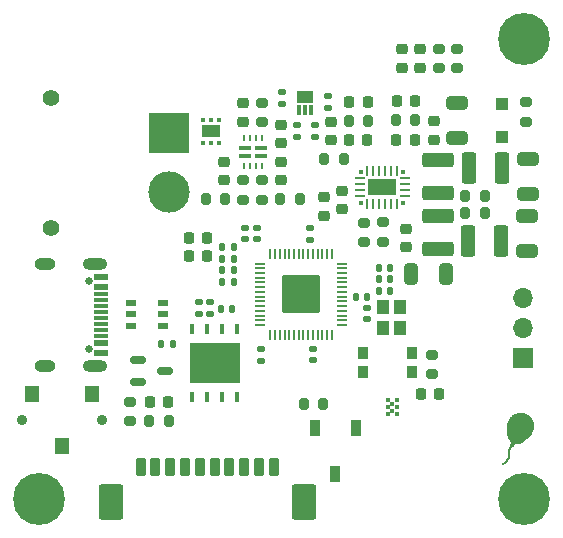
<source format=gts>
%TF.GenerationSoftware,KiCad,Pcbnew,7.0.5-0*%
%TF.CreationDate,2024-02-02T13:19:59-05:00*%
%TF.ProjectId,BITSv5,42495453-7635-42e6-9b69-6361645f7063,rev?*%
%TF.SameCoordinates,Original*%
%TF.FileFunction,Soldermask,Top*%
%TF.FilePolarity,Negative*%
%FSLAX46Y46*%
G04 Gerber Fmt 4.6, Leading zero omitted, Abs format (unit mm)*
G04 Created by KiCad (PCBNEW 7.0.5-0) date 2024-02-02 13:19:59*
%MOMM*%
%LPD*%
G01*
G04 APERTURE LIST*
G04 Aperture macros list*
%AMRoundRect*
0 Rectangle with rounded corners*
0 $1 Rounding radius*
0 $2 $3 $4 $5 $6 $7 $8 $9 X,Y pos of 4 corners*
0 Add a 4 corners polygon primitive as box body*
4,1,4,$2,$3,$4,$5,$6,$7,$8,$9,$2,$3,0*
0 Add four circle primitives for the rounded corners*
1,1,$1+$1,$2,$3*
1,1,$1+$1,$4,$5*
1,1,$1+$1,$6,$7*
1,1,$1+$1,$8,$9*
0 Add four rect primitives between the rounded corners*
20,1,$1+$1,$2,$3,$4,$5,0*
20,1,$1+$1,$4,$5,$6,$7,0*
20,1,$1+$1,$6,$7,$8,$9,0*
20,1,$1+$1,$8,$9,$2,$3,0*%
G04 Aperture macros list end*
%ADD10C,0.002645*%
%ADD11C,0.182463*%
%ADD12RoundRect,0.135000X-0.185000X0.135000X-0.185000X-0.135000X0.185000X-0.135000X0.185000X0.135000X0*%
%ADD13RoundRect,0.225000X-0.250000X0.225000X-0.250000X-0.225000X0.250000X-0.225000X0.250000X0.225000X0*%
%ADD14RoundRect,0.135000X0.185000X-0.135000X0.185000X0.135000X-0.185000X0.135000X-0.185000X-0.135000X0*%
%ADD15RoundRect,0.140000X0.140000X0.170000X-0.140000X0.170000X-0.140000X-0.170000X0.140000X-0.170000X0*%
%ADD16C,0.889000*%
%ADD17R,1.193800X1.397000*%
%ADD18RoundRect,0.250000X1.075000X-0.375000X1.075000X0.375000X-1.075000X0.375000X-1.075000X-0.375000X0*%
%ADD19RoundRect,0.050000X0.050000X-0.387500X0.050000X0.387500X-0.050000X0.387500X-0.050000X-0.387500X0*%
%ADD20RoundRect,0.050000X0.387500X-0.050000X0.387500X0.050000X-0.387500X0.050000X-0.387500X-0.050000X0*%
%ADD21RoundRect,0.144000X1.456000X-1.456000X1.456000X1.456000X-1.456000X1.456000X-1.456000X-1.456000X0*%
%ADD22R,0.972299X0.558000*%
%ADD23RoundRect,0.200000X0.275000X-0.200000X0.275000X0.200000X-0.275000X0.200000X-0.275000X-0.200000X0*%
%ADD24RoundRect,0.140000X0.170000X-0.140000X0.170000X0.140000X-0.170000X0.140000X-0.170000X-0.140000X0*%
%ADD25C,4.400000*%
%ADD26RoundRect,0.225000X0.250000X-0.225000X0.250000X0.225000X-0.250000X0.225000X-0.250000X-0.225000X0*%
%ADD27C,0.650000*%
%ADD28R,1.150000X0.600000*%
%ADD29R,1.150000X0.300000*%
%ADD30O,2.100000X1.000000*%
%ADD31O,1.800000X1.000000*%
%ADD32RoundRect,0.200000X0.200000X0.275000X-0.200000X0.275000X-0.200000X-0.275000X0.200000X-0.275000X0*%
%ADD33RoundRect,0.250000X-1.075000X0.375000X-1.075000X-0.375000X1.075000X-0.375000X1.075000X0.375000X0*%
%ADD34RoundRect,0.250000X0.650000X-0.325000X0.650000X0.325000X-0.650000X0.325000X-0.650000X-0.325000X0*%
%ADD35RoundRect,0.150000X-0.512500X-0.150000X0.512500X-0.150000X0.512500X0.150000X-0.512500X0.150000X0*%
%ADD36R,1.050000X0.399999*%
%ADD37R,0.200000X0.599999*%
%ADD38RoundRect,0.140000X-0.170000X0.140000X-0.170000X-0.140000X0.170000X-0.140000X0.170000X0.140000X0*%
%ADD39RoundRect,0.225000X0.225000X0.250000X-0.225000X0.250000X-0.225000X-0.250000X0.225000X-0.250000X0*%
%ADD40RoundRect,0.225000X-0.225000X-0.250000X0.225000X-0.250000X0.225000X0.250000X-0.225000X0.250000X0*%
%ADD41R,0.900000X1.000000*%
%ADD42R,0.811200X1.406398*%
%ADD43RoundRect,0.250000X-0.650000X0.325000X-0.650000X-0.325000X0.650000X-0.325000X0.650000X0.325000X0*%
%ADD44RoundRect,0.140000X-0.140000X-0.170000X0.140000X-0.170000X0.140000X0.170000X-0.140000X0.170000X0*%
%ADD45R,1.000000X1.150000*%
%ADD46RoundRect,0.200000X-0.200000X-0.275000X0.200000X-0.275000X0.200000X0.275000X-0.200000X0.275000X0*%
%ADD47RoundRect,0.200000X-0.275000X0.200000X-0.275000X-0.200000X0.275000X-0.200000X0.275000X0.200000X0*%
%ADD48R,0.299999X0.449999*%
%ADD49R,1.599999X1.000000*%
%ADD50R,1.700000X1.700000*%
%ADD51O,1.700000X1.700000*%
%ADD52C,1.400000*%
%ADD53R,3.500000X3.500000*%
%ADD54C,3.500000*%
%ADD55RoundRect,0.250000X0.375000X1.075000X-0.375000X1.075000X-0.375000X-1.075000X0.375000X-1.075000X0*%
%ADD56R,0.300000X0.804800*%
%ADD57R,1.400000X1.050000*%
%ADD58RoundRect,0.250000X0.325000X0.650000X-0.325000X0.650000X-0.325000X-0.650000X0.325000X-0.650000X0*%
%ADD59RoundRect,0.135000X-0.135000X-0.185000X0.135000X-0.185000X0.135000X0.185000X-0.135000X0.185000X0*%
%ADD60R,0.229400X0.807999*%
%ADD61R,0.807999X0.229400*%
%ADD62R,2.387600X1.397000*%
%ADD63R,0.381000X0.381000*%
%ADD64RoundRect,0.200000X-0.200000X-0.600000X0.200000X-0.600000X0.200000X0.600000X-0.200000X0.600000X0*%
%ADD65RoundRect,0.250001X-0.799999X-1.249999X0.799999X-1.249999X0.799999X1.249999X-0.799999X1.249999X0*%
%ADD66RoundRect,0.218750X0.218750X0.256250X-0.218750X0.256250X-0.218750X-0.256250X0.218750X-0.256250X0*%
%ADD67RoundRect,0.250000X-0.300000X0.300000X-0.300000X-0.300000X0.300000X-0.300000X0.300000X0.300000X0*%
%ADD68C,0.404000*%
%ADD69R,0.431800X0.965200*%
%ADD70R,4.343400X3.454400*%
G04 APERTURE END LIST*
%TO.C,REF\u002A\u002A*%
D10*
X148966044Y-76883588D02*
X148992913Y-76884655D01*
X149019800Y-76886395D01*
X149046690Y-76888812D01*
X149073574Y-76891912D01*
X149100439Y-76895700D01*
X149127274Y-76900180D01*
X149154067Y-76905358D01*
X149180806Y-76911238D01*
X149207480Y-76917826D01*
X149234077Y-76925126D01*
X149260585Y-76933144D01*
X149286993Y-76941883D01*
X149313289Y-76951350D01*
X149339462Y-76961549D01*
X149365499Y-76972486D01*
X149416543Y-76996307D01*
X149465782Y-77022482D01*
X149513183Y-77050917D01*
X149558708Y-77081517D01*
X149602322Y-77114189D01*
X149643990Y-77148837D01*
X149683674Y-77185369D01*
X149721341Y-77223689D01*
X149756953Y-77263704D01*
X149790476Y-77305319D01*
X149821872Y-77348440D01*
X149851108Y-77392973D01*
X149878146Y-77438823D01*
X149902951Y-77485897D01*
X149925488Y-77534101D01*
X149945720Y-77583339D01*
X149963612Y-77633518D01*
X149979128Y-77684544D01*
X149992232Y-77736322D01*
X150002889Y-77788759D01*
X150011062Y-77841760D01*
X150016716Y-77895230D01*
X150019815Y-77949076D01*
X150020324Y-78003204D01*
X150018206Y-78057518D01*
X150013426Y-78111926D01*
X150005949Y-78166333D01*
X149995737Y-78220644D01*
X149982756Y-78274766D01*
X149966970Y-78328604D01*
X149948343Y-78382064D01*
X149926839Y-78435052D01*
X149875155Y-78539981D01*
X149811341Y-78646035D01*
X149736576Y-78751709D01*
X149652043Y-78855499D01*
X149558922Y-78955901D01*
X149458395Y-79051411D01*
X149351643Y-79140525D01*
X149239848Y-79221739D01*
X149124191Y-79293550D01*
X149065283Y-79325458D01*
X149005853Y-79354452D01*
X148946048Y-79380342D01*
X148886016Y-79402942D01*
X148825904Y-79422062D01*
X148765860Y-79437516D01*
X148706033Y-79449114D01*
X148646568Y-79456669D01*
X148587615Y-79459994D01*
X148529320Y-79458899D01*
X148471832Y-79453197D01*
X148415299Y-79442701D01*
X148359866Y-79427221D01*
X148305684Y-79406570D01*
X148253656Y-79380974D01*
X148204562Y-79350940D01*
X148158364Y-79316705D01*
X148115027Y-79278505D01*
X148074513Y-79236576D01*
X148036785Y-79191155D01*
X148001805Y-79142477D01*
X147969538Y-79090779D01*
X147939945Y-79036297D01*
X147912990Y-78979267D01*
X147866846Y-78858507D01*
X147830809Y-78730389D01*
X147804584Y-78596803D01*
X147787873Y-78459637D01*
X147780382Y-78320782D01*
X147781813Y-78182125D01*
X147791871Y-78045557D01*
X147810259Y-77912967D01*
X147836682Y-77786245D01*
X147870843Y-77667278D01*
X147912447Y-77557958D01*
X147949526Y-77480864D01*
X147991688Y-77407828D01*
X148038617Y-77338979D01*
X148089997Y-77274444D01*
X148145516Y-77214351D01*
X148204856Y-77158830D01*
X148267704Y-77108008D01*
X148333745Y-77062012D01*
X148402662Y-77020971D01*
X148474143Y-76985014D01*
X148547871Y-76954268D01*
X148623532Y-76928861D01*
X148700810Y-76908922D01*
X148779391Y-76894578D01*
X148858960Y-76885957D01*
X148939202Y-76883189D01*
X148966044Y-76883588D01*
G36*
X148966044Y-76883588D02*
G01*
X148992913Y-76884655D01*
X149019800Y-76886395D01*
X149046690Y-76888812D01*
X149073574Y-76891912D01*
X149100439Y-76895700D01*
X149127274Y-76900180D01*
X149154067Y-76905358D01*
X149180806Y-76911238D01*
X149207480Y-76917826D01*
X149234077Y-76925126D01*
X149260585Y-76933144D01*
X149286993Y-76941883D01*
X149313289Y-76951350D01*
X149339462Y-76961549D01*
X149365499Y-76972486D01*
X149416543Y-76996307D01*
X149465782Y-77022482D01*
X149513183Y-77050917D01*
X149558708Y-77081517D01*
X149602322Y-77114189D01*
X149643990Y-77148837D01*
X149683674Y-77185369D01*
X149721341Y-77223689D01*
X149756953Y-77263704D01*
X149790476Y-77305319D01*
X149821872Y-77348440D01*
X149851108Y-77392973D01*
X149878146Y-77438823D01*
X149902951Y-77485897D01*
X149925488Y-77534101D01*
X149945720Y-77583339D01*
X149963612Y-77633518D01*
X149979128Y-77684544D01*
X149992232Y-77736322D01*
X150002889Y-77788759D01*
X150011062Y-77841760D01*
X150016716Y-77895230D01*
X150019815Y-77949076D01*
X150020324Y-78003204D01*
X150018206Y-78057518D01*
X150013426Y-78111926D01*
X150005949Y-78166333D01*
X149995737Y-78220644D01*
X149982756Y-78274766D01*
X149966970Y-78328604D01*
X149948343Y-78382064D01*
X149926839Y-78435052D01*
X149875155Y-78539981D01*
X149811341Y-78646035D01*
X149736576Y-78751709D01*
X149652043Y-78855499D01*
X149558922Y-78955901D01*
X149458395Y-79051411D01*
X149351643Y-79140525D01*
X149239848Y-79221739D01*
X149124191Y-79293550D01*
X149065283Y-79325458D01*
X149005853Y-79354452D01*
X148946048Y-79380342D01*
X148886016Y-79402942D01*
X148825904Y-79422062D01*
X148765860Y-79437516D01*
X148706033Y-79449114D01*
X148646568Y-79456669D01*
X148587615Y-79459994D01*
X148529320Y-79458899D01*
X148471832Y-79453197D01*
X148415299Y-79442701D01*
X148359866Y-79427221D01*
X148305684Y-79406570D01*
X148253656Y-79380974D01*
X148204562Y-79350940D01*
X148158364Y-79316705D01*
X148115027Y-79278505D01*
X148074513Y-79236576D01*
X148036785Y-79191155D01*
X148001805Y-79142477D01*
X147969538Y-79090779D01*
X147939945Y-79036297D01*
X147912990Y-78979267D01*
X147866846Y-78858507D01*
X147830809Y-78730389D01*
X147804584Y-78596803D01*
X147787873Y-78459637D01*
X147780382Y-78320782D01*
X147781813Y-78182125D01*
X147791871Y-78045557D01*
X147810259Y-77912967D01*
X147836682Y-77786245D01*
X147870843Y-77667278D01*
X147912447Y-77557958D01*
X147949526Y-77480864D01*
X147991688Y-77407828D01*
X148038617Y-77338979D01*
X148089997Y-77274444D01*
X148145516Y-77214351D01*
X148204856Y-77158830D01*
X148267704Y-77108008D01*
X148333745Y-77062012D01*
X148402662Y-77020971D01*
X148474143Y-76985014D01*
X148547871Y-76954268D01*
X148623532Y-76928861D01*
X148700810Y-76908922D01*
X148779391Y-76894578D01*
X148858960Y-76885957D01*
X148939202Y-76883189D01*
X148966044Y-76883588D01*
G37*
X148426125Y-79359209D02*
X148363874Y-79731478D01*
X148028141Y-79585296D01*
X148258257Y-79286105D01*
X148426125Y-79359209D01*
G36*
X148426125Y-79359209D02*
G01*
X148363874Y-79731478D01*
X148028141Y-79585296D01*
X148258257Y-79286105D01*
X148426125Y-79359209D01*
G37*
D11*
X148213908Y-79600721D02*
X148208136Y-79607524D01*
X148208136Y-79607524D02*
X148192516Y-79627270D01*
X148192516Y-79627270D02*
X148181806Y-79641686D01*
X148181806Y-79641686D02*
X148169587Y-79658964D01*
X148169587Y-79658964D02*
X148156176Y-79678980D01*
X148156176Y-79678980D02*
X148141891Y-79701610D01*
X148141891Y-79701610D02*
X148127049Y-79726730D01*
X148127049Y-79726730D02*
X148111968Y-79754214D01*
X148111968Y-79754214D02*
X148104437Y-79768805D01*
X148104437Y-79768805D02*
X148096965Y-79783940D01*
X148096965Y-79783940D02*
X148089593Y-79799604D01*
X148089593Y-79799604D02*
X148082359Y-79815781D01*
X148082359Y-79815781D02*
X148075304Y-79832457D01*
X148075304Y-79832457D02*
X148068467Y-79849615D01*
X148068467Y-79849615D02*
X148061887Y-79867240D01*
X148061887Y-79867240D02*
X148055605Y-79885316D01*
X148055605Y-79885316D02*
X148049661Y-79903829D01*
X148049661Y-79903829D02*
X148044093Y-79922761D01*
X148044093Y-79922761D02*
X148038942Y-79942098D01*
X148038942Y-79942098D02*
X148034248Y-79961824D01*
X148034248Y-79961824D02*
X148034248Y-79961824D01*
X148034248Y-79961824D02*
X148029096Y-79989945D01*
X148029096Y-79989945D02*
X148024747Y-80023706D01*
X148024747Y-80023706D02*
X148017827Y-80105318D01*
X148017827Y-80105318D02*
X148006715Y-80305029D01*
X148006715Y-80305029D02*
X148000017Y-80411777D01*
X148000017Y-80411777D02*
X147990887Y-80515554D01*
X147990887Y-80515554D02*
X147985018Y-80564555D01*
X147985018Y-80564555D02*
X147978070Y-80610685D01*
X147978070Y-80610685D02*
X147969889Y-80653233D01*
X147969889Y-80653233D02*
X147960315Y-80691492D01*
X147960315Y-80691492D02*
X147960315Y-80691492D01*
X147960315Y-80691492D02*
X147953086Y-80713267D01*
X147953086Y-80713267D02*
X147943899Y-80735413D01*
X147943899Y-80735413D02*
X147932900Y-80757861D01*
X147932900Y-80757861D02*
X147920230Y-80780542D01*
X147920230Y-80780542D02*
X147906035Y-80803385D01*
X147906035Y-80803385D02*
X147890456Y-80826321D01*
X147890456Y-80826321D02*
X147855722Y-80872194D01*
X147855722Y-80872194D02*
X147817176Y-80917601D01*
X147817176Y-80917601D02*
X147775965Y-80961987D01*
X147775965Y-80961987D02*
X147733236Y-81004792D01*
X147733236Y-81004792D02*
X147690135Y-81045459D01*
X147690135Y-81045459D02*
X147647810Y-81083430D01*
X147647810Y-81083430D02*
X147607407Y-81118148D01*
X147607407Y-81118148D02*
X147536956Y-81175593D01*
X147536956Y-81175593D02*
X147469585Y-81226903D01*
%TD*%
D12*
%TO.C,R20*%
X128775000Y-49735000D03*
X128775000Y-50755000D03*
%TD*%
D13*
%TO.C,C35*%
X128705000Y-55610000D03*
X128705000Y-57160000D03*
%TD*%
D14*
%TO.C,R18*%
X131595000Y-53555000D03*
X131595000Y-52535000D03*
%TD*%
D15*
%TO.C,C1*%
X124670000Y-63825600D03*
X123710000Y-63825600D03*
%TD*%
D13*
%TO.C,C25*%
X139253000Y-61331899D03*
X139253000Y-62881899D03*
%TD*%
D16*
%TO.C,SW3*%
X113560098Y-77455002D03*
X106760102Y-77455002D03*
D17*
X112700100Y-75255001D03*
X110160100Y-79655000D03*
X107620100Y-75255001D03*
%TD*%
D18*
%TO.C,L1*%
X141943000Y-63036899D03*
X141943000Y-60236899D03*
%TD*%
D19*
%TO.C,U1*%
X127780000Y-70285600D03*
X128180000Y-70285600D03*
X128580000Y-70285600D03*
X128980000Y-70285600D03*
X129380000Y-70285600D03*
X129780000Y-70285600D03*
X130180000Y-70285600D03*
X130580000Y-70285600D03*
X130980000Y-70285600D03*
X131380000Y-70285600D03*
X131780000Y-70285600D03*
X132180000Y-70285600D03*
X132580000Y-70285600D03*
X132980000Y-70285600D03*
D20*
X133817500Y-69448100D03*
X133817500Y-69048100D03*
X133817500Y-68648100D03*
X133817500Y-68248100D03*
X133817500Y-67848100D03*
X133817500Y-67448100D03*
X133817500Y-67048100D03*
X133817500Y-66648100D03*
X133817500Y-66248100D03*
X133817500Y-65848100D03*
X133817500Y-65448100D03*
X133817500Y-65048100D03*
X133817500Y-64648100D03*
X133817500Y-64248100D03*
D19*
X132980000Y-63410600D03*
X132580000Y-63410600D03*
X132180000Y-63410600D03*
X131780000Y-63410600D03*
X131380000Y-63410600D03*
X130980000Y-63410600D03*
X130580000Y-63410600D03*
X130180000Y-63410600D03*
X129780000Y-63410600D03*
X129380000Y-63410600D03*
X128980000Y-63410600D03*
X128580000Y-63410600D03*
X128180000Y-63410600D03*
X127780000Y-63410600D03*
D20*
X126942500Y-64248100D03*
X126942500Y-64648100D03*
X126942500Y-65048100D03*
X126942500Y-65448100D03*
X126942500Y-65848100D03*
X126942500Y-66248100D03*
X126942500Y-66648100D03*
X126942500Y-67048100D03*
X126942500Y-67448100D03*
X126942500Y-67848100D03*
X126942500Y-68248100D03*
X126942500Y-68648100D03*
X126942500Y-69048100D03*
X126942500Y-69448100D03*
D21*
X130380000Y-66848100D03*
%TD*%
D22*
%TO.C,U10*%
X118707551Y-69498103D03*
X118707551Y-68548102D03*
X118707551Y-67598101D03*
X115982649Y-67598101D03*
X115982649Y-68548102D03*
X115982649Y-69498103D03*
%TD*%
D23*
%TO.C,R24*%
X143575000Y-47725000D03*
X143575000Y-46075000D03*
%TD*%
D14*
%TO.C,R19*%
X132655000Y-51045000D03*
X132655000Y-50025000D03*
%TD*%
D24*
%TO.C,C37*%
X129995000Y-53515000D03*
X129995000Y-52555000D03*
%TD*%
D15*
%TO.C,R5*%
X135980000Y-67065600D03*
X135020000Y-67065600D03*
%TD*%
D25*
%TO.C,H2*%
X108225000Y-84200000D03*
%TD*%
D26*
%TO.C,C36*%
X128705000Y-54060000D03*
X128705000Y-52510000D03*
%TD*%
D23*
%TO.C,R17*%
X127055000Y-52285000D03*
X127055000Y-50635000D03*
%TD*%
D13*
%TO.C,C21*%
X132893000Y-52261899D03*
X132893000Y-53811899D03*
%TD*%
D23*
%TO.C,R33*%
X135683000Y-62426899D03*
X135683000Y-60776899D03*
%TD*%
D27*
%TO.C,J2*%
X112400100Y-65708102D03*
X112400100Y-71488102D03*
D28*
X113475100Y-65398102D03*
X113475100Y-66198102D03*
D29*
X113475100Y-67348102D03*
X113475100Y-68348102D03*
X113475100Y-68848102D03*
X113475100Y-69848102D03*
D28*
X113475100Y-70998102D03*
X113475100Y-71798102D03*
X113475100Y-71798102D03*
X113475100Y-70998102D03*
D29*
X113475100Y-70348102D03*
X113475100Y-69348102D03*
X113475100Y-67848102D03*
X113475100Y-66848102D03*
D28*
X113475100Y-66198102D03*
X113475100Y-65398102D03*
D30*
X112900100Y-64278102D03*
D31*
X108720100Y-64278102D03*
D30*
X112900100Y-72918102D03*
D31*
X108720100Y-72918102D03*
%TD*%
D32*
%TO.C,R34*%
X133998000Y-55406899D03*
X132348000Y-55406899D03*
%TD*%
D33*
%TO.C,L2*%
X141933000Y-55476899D03*
X141933000Y-58276899D03*
%TD*%
D24*
%TO.C,C9*%
X131130000Y-62235600D03*
X131130000Y-61275600D03*
%TD*%
D34*
%TO.C,C20*%
X143573000Y-53606899D03*
X143573000Y-50656899D03*
%TD*%
D35*
%TO.C,Q1*%
X116570000Y-72400000D03*
X116570000Y-74300000D03*
X118845000Y-73350000D03*
%TD*%
D34*
%TO.C,C28*%
X149575000Y-58325000D03*
X149575000Y-55375000D03*
%TD*%
D26*
%TO.C,C39*%
X140475000Y-47675000D03*
X140475000Y-46125000D03*
%TD*%
D36*
%TO.C,U6*%
X125605000Y-54485002D03*
X125605000Y-55185001D03*
D37*
X125529999Y-55960000D03*
X126030000Y-55960000D03*
X126530000Y-55960000D03*
X127030001Y-55960000D03*
D36*
X126955000Y-55185001D03*
X126955000Y-54485002D03*
D37*
X127030001Y-53660002D03*
X126530000Y-53660002D03*
X126030000Y-53660002D03*
X125529999Y-53660002D03*
%TD*%
D38*
%TO.C,C13*%
X135970000Y-68025600D03*
X135970000Y-68985600D03*
%TD*%
D26*
%TO.C,C33*%
X125430000Y-52235000D03*
X125430000Y-50685000D03*
%TD*%
D39*
%TO.C,C23*%
X136003000Y-53796899D03*
X134453000Y-53796899D03*
%TD*%
D23*
%TO.C,R14*%
X149450000Y-52250000D03*
X149450000Y-50600000D03*
%TD*%
D38*
%TO.C,C10*%
X131420000Y-71465600D03*
X131420000Y-72425600D03*
%TD*%
D23*
%TO.C,R22*%
X125505000Y-58860000D03*
X125505000Y-57210000D03*
%TD*%
D40*
%TO.C,C26*%
X120875000Y-63575000D03*
X122425000Y-63575000D03*
%TD*%
D32*
%TO.C,R10*%
X145950000Y-58500000D03*
X144300000Y-58500000D03*
%TD*%
D41*
%TO.C,B1*%
X135650000Y-71800000D03*
X139750000Y-71800000D03*
X135650000Y-73400000D03*
X139750000Y-73400000D03*
%TD*%
D38*
%TO.C,C6*%
X122675000Y-67545000D03*
X122675000Y-68505000D03*
%TD*%
D42*
%TO.C,SW2*%
X135025002Y-78182700D03*
X131524998Y-78182700D03*
X133275000Y-82067300D03*
%TD*%
D32*
%TO.C,R23*%
X123955000Y-58785000D03*
X122305000Y-58785000D03*
%TD*%
D43*
%TO.C,C38*%
X149525000Y-60225000D03*
X149525000Y-63175000D03*
%TD*%
D23*
%TO.C,R15*%
X127105000Y-58860000D03*
X127105000Y-57210000D03*
%TD*%
D44*
%TO.C,C3*%
X136950000Y-64615600D03*
X137910000Y-64615600D03*
%TD*%
D38*
%TO.C,C12*%
X121725000Y-67535600D03*
X121725000Y-68495600D03*
%TD*%
D45*
%TO.C,Y1*%
X137320000Y-67955600D03*
X137320000Y-69705600D03*
X138720000Y-69705600D03*
X138720000Y-67955600D03*
%TD*%
D46*
%TO.C,R32*%
X134403000Y-52196899D03*
X136053000Y-52196899D03*
%TD*%
D47*
%TO.C,R11*%
X141500000Y-71975000D03*
X141500000Y-73625000D03*
%TD*%
D13*
%TO.C,C15*%
X132340000Y-58640000D03*
X132340000Y-60190000D03*
%TD*%
D40*
%TO.C,C17*%
X138458000Y-53746899D03*
X140008000Y-53746899D03*
%TD*%
%TO.C,C19*%
X138488000Y-50496899D03*
X140038000Y-50496899D03*
%TD*%
D48*
%TO.C,U9*%
X123400001Y-52055001D03*
X122750000Y-52055001D03*
X122100001Y-52055001D03*
X122100001Y-54004999D03*
X122750000Y-54004999D03*
X123400001Y-54004999D03*
D49*
X122750000Y-53030000D03*
%TD*%
D44*
%TO.C,C11*%
X136950000Y-65595600D03*
X137910000Y-65595600D03*
%TD*%
D50*
%TO.C,J1*%
X149200000Y-72240000D03*
D51*
X149200000Y-69700000D03*
X149200000Y-67160000D03*
%TD*%
D52*
%TO.C,BT1*%
X109205100Y-61223102D03*
X109205100Y-50223102D03*
D53*
X119205100Y-53223102D03*
D54*
X119205100Y-58223102D03*
%TD*%
D55*
%TO.C,L4*%
X147325000Y-62375000D03*
X144525000Y-62375000D03*
%TD*%
D23*
%TO.C,R29*%
X137333000Y-62411899D03*
X137333000Y-60761899D03*
%TD*%
D56*
%TO.C,U8*%
X130225001Y-51242401D03*
X130725000Y-51242401D03*
X131224999Y-51242401D03*
D57*
X130725000Y-50115000D03*
%TD*%
D58*
%TO.C,C16*%
X142648000Y-65151899D03*
X139698000Y-65151899D03*
%TD*%
D15*
%TO.C,C2*%
X124670000Y-62815600D03*
X123710000Y-62815600D03*
%TD*%
D59*
%TO.C,R2*%
X123680000Y-65835600D03*
X124700000Y-65835600D03*
%TD*%
D46*
%TO.C,R16*%
X128630000Y-58760000D03*
X130280000Y-58760000D03*
%TD*%
D44*
%TO.C,C14*%
X136950000Y-66595600D03*
X137910000Y-66595600D03*
%TD*%
D60*
%TO.C,U5*%
X135998400Y-59191500D03*
X136498399Y-59191500D03*
X136998400Y-59191500D03*
X137498400Y-59191500D03*
X137998401Y-59191500D03*
X138498400Y-59191500D03*
D61*
X139138300Y-58546901D03*
X139138300Y-58046900D03*
X139138300Y-57546900D03*
X139138300Y-57046899D03*
D60*
X138498400Y-56402300D03*
X137998401Y-56402300D03*
X137498400Y-56402300D03*
X136998400Y-56402300D03*
X136498399Y-56402300D03*
X135998400Y-56402300D03*
D61*
X135358500Y-57046899D03*
X135358500Y-57546900D03*
X135358500Y-58046900D03*
X135358500Y-58546901D03*
D62*
X137248400Y-57796900D03*
D63*
X135445000Y-59105000D03*
X139051800Y-59105000D03*
X139051800Y-56488800D03*
X135445000Y-56488800D03*
%TD*%
D40*
%TO.C,C30*%
X140500000Y-75300000D03*
X142050000Y-75300000D03*
%TD*%
D32*
%TO.C,R4*%
X132250000Y-76125000D03*
X130600000Y-76125000D03*
%TD*%
D38*
%TO.C,C5*%
X126980000Y-71515600D03*
X126980000Y-72475600D03*
%TD*%
D23*
%TO.C,R21*%
X142025000Y-47725000D03*
X142025000Y-46075000D03*
%TD*%
%TO.C,R12*%
X115917500Y-77615000D03*
X115917500Y-75965000D03*
%TD*%
D32*
%TO.C,R27*%
X140068000Y-52136899D03*
X138418000Y-52136899D03*
%TD*%
D15*
%TO.C,C4*%
X124530000Y-68125600D03*
X123570000Y-68125600D03*
%TD*%
D59*
%TO.C,R1*%
X123680000Y-64835600D03*
X124700000Y-64835600D03*
%TD*%
D24*
%TO.C,C32*%
X126690000Y-62175600D03*
X126690000Y-61215600D03*
%TD*%
D64*
%TO.C,J4*%
X116805000Y-81500000D03*
X118055000Y-81500000D03*
X119305000Y-81500000D03*
X120555000Y-81500000D03*
X121805000Y-81500000D03*
X123055000Y-81500000D03*
X124305000Y-81500000D03*
X125555000Y-81500000D03*
X126805000Y-81500000D03*
X128055000Y-81500000D03*
D65*
X114255000Y-84400000D03*
X130605000Y-84400000D03*
%TD*%
D66*
%TO.C,D1*%
X119155000Y-75950000D03*
X117580000Y-75950000D03*
%TD*%
D13*
%TO.C,C34*%
X123880000Y-55635000D03*
X123880000Y-57185000D03*
%TD*%
D32*
%TO.C,R13*%
X145950000Y-59975000D03*
X144300000Y-59975000D03*
%TD*%
D26*
%TO.C,C40*%
X138925000Y-47675000D03*
X138925000Y-46125000D03*
%TD*%
D40*
%TO.C,C27*%
X120875000Y-62050000D03*
X122425000Y-62050000D03*
%TD*%
D39*
%TO.C,C24*%
X136018000Y-50566899D03*
X134468000Y-50566899D03*
%TD*%
D15*
%TO.C,C7*%
X119515000Y-71035000D03*
X118555000Y-71035000D03*
%TD*%
D25*
%TO.C,H3*%
X149225000Y-84200000D03*
%TD*%
D55*
%TO.C,L3*%
X147375000Y-56125000D03*
X144575000Y-56125000D03*
%TD*%
D67*
%TO.C,D2*%
X147425000Y-50750000D03*
X147425000Y-53550000D03*
%TD*%
D13*
%TO.C,C18*%
X141603000Y-52201899D03*
X141603000Y-53751899D03*
%TD*%
D25*
%TO.C,H4*%
X149225000Y-45200000D03*
%TD*%
D24*
%TO.C,C8*%
X125660000Y-62175600D03*
X125660000Y-61215600D03*
%TD*%
D68*
%TO.C,U7*%
X137700000Y-75800000D03*
X138500000Y-75800000D03*
X138100000Y-76100000D03*
X137700000Y-76400000D03*
X138500000Y-76400000D03*
X138100000Y-76700000D03*
X137700000Y-77000000D03*
X138500000Y-77000000D03*
%TD*%
D13*
%TO.C,C22*%
X133870000Y-58080000D03*
X133870000Y-59630000D03*
%TD*%
D32*
%TO.C,R3*%
X119182500Y-77590000D03*
X117532500Y-77590000D03*
%TD*%
D69*
%TO.C,U2*%
X121180000Y-75571000D03*
X122450000Y-75571000D03*
X123720000Y-75571000D03*
X124990000Y-75571000D03*
X124990000Y-69830600D03*
X123720000Y-69830600D03*
X122450000Y-69830600D03*
X121180000Y-69830600D03*
D70*
X123085000Y-72700800D03*
%TD*%
M02*

</source>
